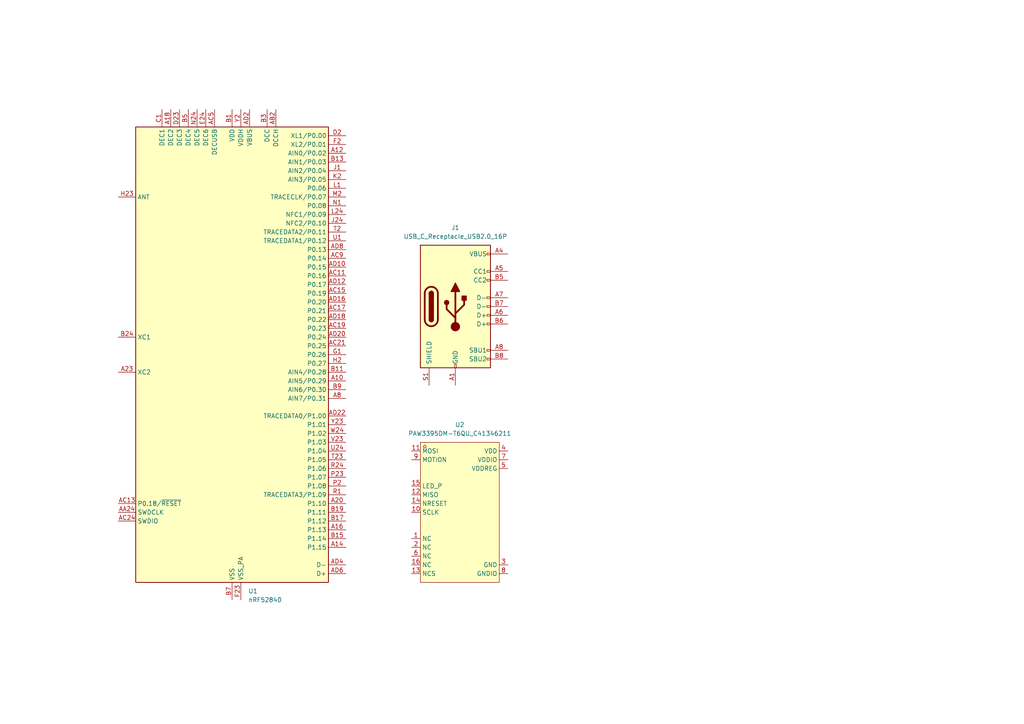
<source format=kicad_sch>
(kicad_sch (version 20250114) (generator "eeschema") (generator_version "9.0")
  (paper "A4")
  (lib_symbols
    (symbol "Connector:USB_C_Receptacle_USB2.0_16P" (pin_names (offset 1.016))
      (property "Reference" "J" (at 0 22.225 0))
      (property "Value" "USB_C_Receptacle_USB2.0_16P" (at 0 19.685 0))
      (symbol "USB_C_Receptacle_USB2.0_16P_0_0"
        (rectangle (start -0.254 -17.78) (end 0.254 -16.764))
        (rectangle (start 10.16 15.494) (end 9.144 14.986))
        (rectangle (start 10.16 10.414) (end 9.144 9.906))
        (rectangle (start 10.16 7.874) (end 9.144 7.366))
        (rectangle (start 10.16 2.794) (end 9.144 2.286))
        (rectangle (start 10.16 0.254) (end 9.144 -0.254))
        (rectangle (start 10.16 -2.286) (end 9.144 -2.794))
        (rectangle (start 10.16 -4.826) (end 9.144 -5.334))
        (rectangle (start 10.16 -12.446) (end 9.144 -12.954))
        (rectangle (start 10.16 -14.986) (end 9.144 -15.494))
      )
      (symbol "USB_C_Receptacle_USB2.0_16P_0_1"
        (rectangle (start -10.16 17.78) (end 10.16 -17.78) (stroke (width 0.254)) (fill (type background)))
        (polyline (pts (xy -8.89 -3.81) (xy -8.89 3.81)) (stroke (width 0.508)))
        (rectangle (start -7.62 -3.81) (end -6.35 3.81) (stroke (width 0.254)) (fill (type outline)))
        (arc (start -7.62 3.81) (mid -6.985 4.4423) (end -6.35 3.81) (stroke (width 0.254)))
        (arc (start -7.62 3.81) (mid -6.985 4.4423) (end -6.35 3.81) (stroke (width 0.254)) (fill (type outline)))
        (arc (start -8.89 3.81) (mid -6.985 5.7067) (end -5.08 3.81) (stroke (width 0.508)))
        (arc (start -5.08 -3.81) (mid -6.985 -5.7067) (end -8.89 -3.81) (stroke (width 0.508)))
        (arc (start -6.35 -3.81) (mid -6.985 -4.4423) (end -7.62 -3.81) (stroke (width 0.254)))
        (arc (start -6.35 -3.81) (mid -6.985 -4.4423) (end -7.62 -3.81) (stroke (width 0.254)) (fill (type outline)))
        (polyline (pts (xy -5.08 3.81) (xy -5.08 -3.81)) (stroke (width 0.508)))
        (circle (center -2.54 1.143) (radius 0.635) (stroke (width 0.254)) (fill (type outline)))
        (polyline (pts (xy -1.27 4.318) (xy 0 6.858) (xy 1.27 4.318) (xy -1.27 4.318)) (stroke (width 0.254)) (fill (type outline)))
        (polyline (pts (xy 0 -2.032) (xy 2.54 0.508) (xy 2.54 1.778)) (stroke (width 0.508)))
        (polyline (pts (xy 0 -3.302) (xy -2.54 -0.762) (xy -2.54 0.508)) (stroke (width 0.508)))
        (polyline (pts (xy 0 -5.842) (xy 0 4.318)) (stroke (width 0.508)))
        (circle (center 0 -5.842) (radius 1.27) (fill (type outline)))
        (rectangle (start 1.905 1.778) (end 3.175 3.048) (stroke (width 0.254)) (fill (type outline)))
      )
      (symbol "USB_C_Receptacle_USB2.0_16P_1_1"
        (pin passive line (at -7.62 -22.86 90) (length 5.08) (name "SHIELD") (number "S1"))
        (pin passive line (at 0 -22.86 90) (length 5.08) (name "GND") (number "A1"))
        (pin passive line (at 0 -22.86 90) (length 5.08) (hide yes) (name "GND") (number "A12"))
        (pin passive line (at 0 -22.86 90) (length 5.08) (hide yes) (name "GND") (number "B1"))
        (pin passive line (at 0 -22.86 90) (length 5.08) (hide yes) (name "GND") (number "B12"))
        (pin passive line (at 15.24 15.24 180) (length 5.08) (name "VBUS") (number "A4"))
        (pin passive line (at 15.24 15.24 180) (length 5.08) (hide yes) (name "VBUS") (number "A9"))
        (pin passive line (at 15.24 15.24 180) (length 5.08) (hide yes) (name "VBUS") (number "B4"))
        (pin passive line (at 15.24 15.24 180) (length 5.08) (hide yes) (name "VBUS") (number "B9"))
        (pin bidirectional line (at 15.24 10.16 180) (length 5.08) (name "CC1") (number "A5"))
        (pin bidirectional line (at 15.24 7.62 180) (length 5.08) (name "CC2") (number "B5"))
        (pin bidirectional line (at 15.24 2.54 180) (length 5.08) (name "D-") (number "A7"))
        (pin bidirectional line (at 15.24 0 180) (length 5.08) (name "D-") (number "B7"))
        (pin bidirectional line (at 15.24 -2.54 180) (length 5.08) (name "D+") (number "A6"))
        (pin bidirectional line (at 15.24 -5.08 180) (length 5.08) (name "D+") (number "B6"))
        (pin bidirectional line (at 15.24 -12.7 180) (length 5.08) (name "SBU1") (number "A8"))
        (pin bidirectional line (at 15.24 -15.24 180) (length 5.08) (name "SBU2") (number "B8"))
      )
    )
    (symbol "MCU_Nordic:nRF52840"
      (property "Reference" "U" (at 0 5.08 0))
      (property "Value" "nRF52840" (at 0 2.54 0))
      (symbol "nRF52840_0_1"
        (rectangle (start -27.94 66.04) (end 27.94 -66.04) (stroke (width 0.254)) (fill (type background)))
      )
      (symbol "nRF52840_1_1"
        (pin passive line (at -33.02 45.72 0) (length 5.08) (name "ANT") (number "H23"))
        (pin input line (at -33.02 5.08 0) (length 5.08) (name "XC1") (number "B24"))
        (pin input line (at -33.02 -5.08 0) (length 5.08) (name "XC2") (number "A23"))
        (pin bidirectional line (at -33.02 -43.18 0) (length 5.08) (name "P0.18/~{RESET}") (number "AC13"))
        (pin input line (at -33.02 -45.72 0) (length 5.08) (name "SWDCLK") (number "AA24"))
        (pin bidirectional line (at -33.02 -48.26 0) (length 5.08) (name "SWDIO") (number "AC24"))
        (pin passive line (at -20.32 71.12 270) (length 5.08) (name "DEC1") (number "C1"))
        (pin passive line (at -17.78 71.12 270) (length 5.08) (name "DEC2") (number "A18"))
        (pin passive line (at -15.24 71.12 270) (length 5.08) (name "DEC3") (number "D23"))
        (pin passive line (at -12.7 71.12 270) (length 5.08) (name "DEC4") (number "B5"))
        (pin passive line (at -10.16 71.12 270) (length 5.08) (name "DEC5") (number "N24"))
        (pin passive line (at -7.62 71.12 270) (length 5.08) (name "DEC6") (number "E24"))
        (pin passive line (at -5.08 71.12 270) (length 5.08) (name "DECUSB") (number "AC5"))
        (pin passive line (at 0 71.12 270) (length 5.08) (hide yes) (name "VDD") (number "A22"))
        (pin passive line (at 0 71.12 270) (length 5.08) (hide yes) (name "VDD") (number "AD14"))
        (pin passive line (at 0 71.12 270) (length 5.08) (hide yes) (name "VDD") (number "AD23"))
        (pin power_in line (at 0 71.12 270) (length 5.08) (name "VDD") (number "B1"))
        (pin passive line (at 0 71.12 270) (length 5.08) (hide yes) (name "VDD") (number "W1"))
        (pin power_in line (at 0 -71.12 90) (length 5.08) (name "VSS") (number "B7"))
        (pin passive line (at 0 -71.12 90) (length 5.08) (hide yes) (name "VSS") (number "EP"))
        (pin power_in line (at 2.54 71.12 270) (length 5.08) (name "VDDH") (number "Y2"))
        (pin power_in line (at 2.54 -71.12 90) (length 5.08) (name "VSS_PA") (number "F23"))
        (pin power_in line (at 5.08 71.12 270) (length 5.08) (name "VBUS") (number "AD2"))
        (pin power_out line (at 10.16 71.12 270) (length 5.08) (name "DCC") (number "B3"))
        (pin power_out line (at 12.7 71.12 270) (length 5.08) (name "DCCH") (number "AB2"))
        (pin bidirectional line (at 33.02 63.5 180) (length 5.08) (name "XL1/P0.00") (number "D2"))
        (pin bidirectional line (at 33.02 60.96 180) (length 5.08) (name "XL2/P0.01") (number "F2"))
        (pin bidirectional line (at 33.02 58.42 180) (length 5.08) (name "AIN0/P0.02") (number "A12"))
        (pin bidirectional line (at 33.02 55.88 180) (length 5.08) (name "AIN1/P0.03") (number "B13"))
        (pin bidirectional line (at 33.02 53.34 180) (length 5.08) (name "AIN2/P0.04") (number "J1"))
        (pin bidirectional line (at 33.02 50.8 180) (length 5.08) (name "AIN3/P0.05") (number "K2"))
        (pin bidirectional line (at 33.02 48.26 180) (length 5.08) (name "P0.06") (number "L1"))
        (pin bidirectional line (at 33.02 45.72 180) (length 5.08) (name "TRACECLK/P0.07") (number "M2"))
        (pin bidirectional line (at 33.02 43.18 180) (length 5.08) (name "P0.08") (number "N1"))
        (pin bidirectional line (at 33.02 40.64 180) (length 5.08) (name "NFC1/P0.09") (number "L24"))
        (pin bidirectional line (at 33.02 38.1 180) (length 5.08) (name "NFC2/P0.10") (number "J24"))
        (pin bidirectional line (at 33.02 35.56 180) (length 5.08) (name "TRACEDATA2/P0.11") (number "T2"))
        (pin bidirectional line (at 33.02 33.02 180) (length 5.08) (name "TRACEDATA1/P0.12") (number "U1"))
        (pin bidirectional line (at 33.02 30.48 180) (length 5.08) (name "P0.13") (number "AD8"))
        (pin bidirectional line (at 33.02 27.94 180) (length 5.08) (name "P0.14") (number "AC9"))
        (pin bidirectional line (at 33.02 25.4 180) (length 5.08) (name "P0.15") (number "AD10"))
        (pin bidirectional line (at 33.02 22.86 180) (length 5.08) (name "P0.16") (number "AC11"))
        (pin bidirectional line (at 33.02 20.32 180) (length 5.08) (name "P0.17") (number "AD12"))
        (pin bidirectional line (at 33.02 17.78 180) (length 5.08) (name "P0.19") (number "AC15"))
        (pin bidirectional line (at 33.02 15.24 180) (length 5.08) (name "P0.20") (number "AD16"))
        (pin bidirectional line (at 33.02 12.7 180) (length 5.08) (name "P0.21") (number "AC17"))
        (pin bidirectional line (at 33.02 10.16 180) (length 5.08) (name "P0.22") (number "AD18"))
        (pin bidirectional line (at 33.02 7.62 180) (length 5.08) (name "P0.23") (number "AC19"))
        (pin bidirectional line (at 33.02 5.08 180) (length 5.08) (name "P0.24") (number "AD20"))
        (pin bidirectional line (at 33.02 2.54 180) (length 5.08) (name "P0.25") (number "AC21"))
        (pin bidirectional line (at 33.02 0 180) (length 5.08) (name "P0.26") (number "G1"))
        (pin bidirectional line (at 33.02 -2.54 180) (length 5.08) (name "P0.27") (number "H2"))
        (pin bidirectional line (at 33.02 -5.08 180) (length 5.08) (name "AIN4/P0.28") (number "B11"))
        (pin bidirectional line (at 33.02 -7.62 180) (length 5.08) (name "AIN5/P0.29") (number "A10"))
        (pin bidirectional line (at 33.02 -10.16 180) (length 5.08) (name "AIN6/P0.30") (number "B9"))
        (pin bidirectional line (at 33.02 -12.7 180) (length 5.08) (name "AIN7/P0.31") (number "A8"))
        (pin bidirectional line (at 33.02 -17.78 180) (length 5.08) (name "TRACEDATA0/P1.00") (number "AD22"))
        (pin bidirectional line (at 33.02 -20.32 180) (length 5.08) (name "P1.01") (number "Y23"))
        (pin bidirectional line (at 33.02 -22.86 180) (length 5.08) (name "P1.02") (number "W24"))
        (pin bidirectional line (at 33.02 -25.4 180) (length 5.08) (name "P1.03") (number "V23"))
        (pin bidirectional line (at 33.02 -27.94 180) (length 5.08) (name "P1.04") (number "U24"))
        (pin bidirectional line (at 33.02 -30.48 180) (length 5.08) (name "P1.05") (number "T23"))
        (pin bidirectional line (at 33.02 -33.02 180) (length 5.08) (name "P1.06") (number "R24"))
        (pin bidirectional line (at 33.02 -35.56 180) (length 5.08) (name "P1.07") (number "P23"))
        (pin bidirectional line (at 33.02 -38.1 180) (length 5.08) (name "P1.08") (number "P2"))
        (pin bidirectional line (at 33.02 -40.64 180) (length 5.08) (name "TRACEDATA3/P1.09") (number "R1"))
        (pin bidirectional line (at 33.02 -43.18 180) (length 5.08) (name "P1.10") (number "A20"))
        (pin bidirectional line (at 33.02 -45.72 180) (length 5.08) (name "P1.11") (number "B19"))
        (pin bidirectional line (at 33.02 -48.26 180) (length 5.08) (name "P1.12") (number "B17"))
        (pin bidirectional line (at 33.02 -50.8 180) (length 5.08) (name "P1.13") (number "A16"))
        (pin bidirectional line (at 33.02 -53.34 180) (length 5.08) (name "P1.14") (number "B15"))
        (pin bidirectional line (at 33.02 -55.88 180) (length 5.08) (name "P1.15") (number "A14"))
        (pin bidirectional line (at 33.02 -60.96 180) (length 5.08) (name "D-") (number "AD4"))
        (pin bidirectional line (at 33.02 -63.5 180) (length 5.08) (name "D+") (number "AD6"))
      )
    )
    (symbol "easyeda2kicad:PAW3395DM-T6QU_C41346211"
      (property "Reference" "U" (at 0 22.86 0))
      (property "Value" "PAW3395DM-T6QU_C41346211" (at 0 -22.86 0))
      (symbol "PAW3395DM-T6QU_C41346211_0_1"
        (rectangle (start -11.43 20.32) (end 11.43 -20.32) (fill (type background)))
        (circle (center -10.16 19.05) (radius 0.38))
        (pin unspecified line (at -13.97 17.78 0) (length 2.54) (name "MOSI") (number "11"))
        (pin unspecified line (at -13.97 15.24 0) (length 2.54) (name "MOTION") (number "9"))
        (pin unspecified line (at -13.97 7.62 0) (length 2.54) (name "LED_P") (number "15"))
        (pin unspecified line (at -13.97 5.08 0) (length 2.54) (name "MISO") (number "12"))
        (pin unspecified line (at -13.97 2.54 0) (length 2.54) (name "NRESET") (number "14"))
        (pin unspecified line (at -13.97 0 0) (length 2.54) (name "SCLK") (number "10"))
        (pin unspecified line (at -13.97 -7.62 0) (length 2.54) (name "NC") (number "1"))
        (pin unspecified line (at -13.97 -10.16 0) (length 2.54) (name "NC") (number "2"))
        (pin unspecified line (at -13.97 -12.7 0) (length 2.54) (name "NC") (number "6"))
        (pin unspecified line (at -13.97 -15.24 0) (length 2.54) (name "NC") (number "16"))
        (pin unspecified line (at -13.97 -17.78 0) (length 2.54) (name "NCS") (number "13"))
        (pin unspecified line (at 13.97 17.78 180) (length 2.54) (name "VDD") (number "4"))
        (pin unspecified line (at 13.97 15.24 180) (length 2.54) (name "VDDIO") (number "7"))
        (pin unspecified line (at 13.97 12.7 180) (length 2.54) (name "VDDREG") (number "5"))
        (pin unspecified line (at 13.97 -15.24 180) (length 2.54) (name "GND") (number "3"))
        (pin unspecified line (at 13.97 -17.78 180) (length 2.54) (name "GNDIO") (number "8"))
      )
    )
  )
  (symbol (lib_id "MCU_Nordic:nRF52840") (at 67.31 102.87 0) (unit 1)
    (property "Reference" "U1" (at 71.9933 171.45 0) (effects (justify left)))
    (property "Value" "nRF52840" (at 71.9933 173.99 0) (effects (justify left)))
    (property "Footprint" "Package_DFN_QFN:Nordic_AQFN-73-1EP_7x7mm_P0.5mm" (effects (hide yes)))
    (property "Datasheet" "http://infocenter.nordicsemi.com/topic/com.nordic.infocenter.nrf52/dita/nrf52/chips/nrf52840.html" (effects (hide yes)))
    (property "Description" "Multiprotocol BLE/ANT/2.4 GHz/802.15.4 Cortex-M4F SoC, AQFN-73" (effects (hide yes)))
  )
  (symbol (lib_id "easyeda2kicad:PAW3395DM-T6QU_C41346211") (at 133.35 148.59 0) (unit 1)
    (property "Reference" "U2" (at 133.35 123.19 0))
    (property "Value" "PAW3395DM-T6QU_C41346211" (at 133.35 125.73 0))
    (property "Footprint" "easyeda2kicad:PDIP-16_L16.2-W9.1-P1.78-TL_PMW3389DM-T3QU" (effects (hide yes)))
    (property "LCSC Part" "C41346211" (effects (hide yes)))
  )
  (symbol (lib_id "Connector:USB_C_Receptacle_USB2.0_16P") (at 132.08 88.9 0) (unit 1)
    (property "Reference" "J1" (at 132.08 66.04 0))
    (property "Value" "USB_C_Receptacle_USB2.0_16P" (at 132.08 68.58 0))
    (property "Datasheet" "https://www.usb.org/sites/default/files/documents/usb_type-c.zip" (effects (hide yes)))
    (property "Description" "USB 2.0-only 16P Type-C Receptacle connector" (effects (hide yes)))
  )
)
</source>
